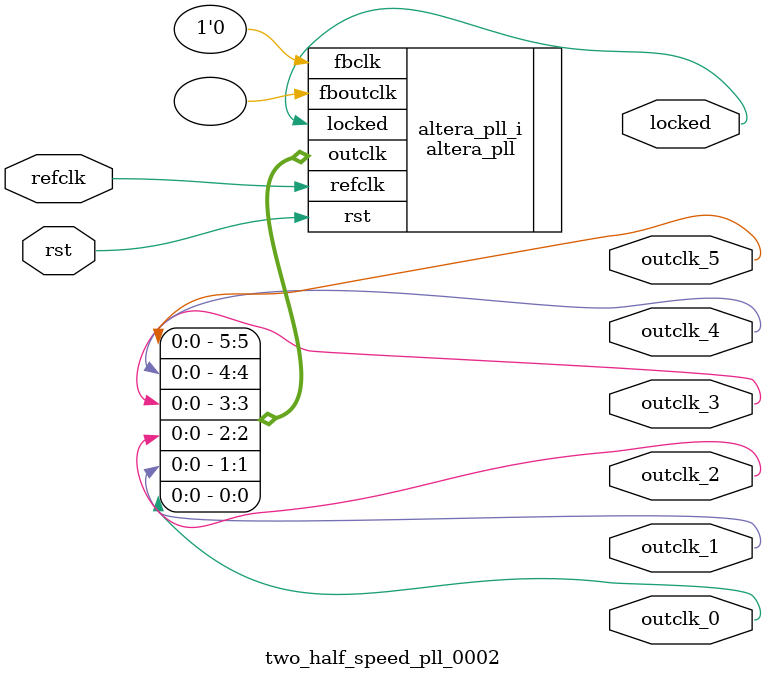
<source format=v>
`timescale 1ns/10ps
module  two_half_speed_pll_0002(

	// interface 'refclk'
	input wire refclk,

	// interface 'reset'
	input wire rst,

	// interface 'outclk0'
	output wire outclk_0,

	// interface 'outclk1'
	output wire outclk_1,

	// interface 'outclk2'
	output wire outclk_2,

	// interface 'outclk3'
	output wire outclk_3,

	// interface 'outclk4'
	output wire outclk_4,

	// interface 'outclk5'
	output wire outclk_5,

	// interface 'locked'
	output wire locked
);

	altera_pll #(
		.fractional_vco_multiplier("false"),
		.reference_clock_frequency("100.0 MHz"),
		.operation_mode("direct"),
		.number_of_clocks(6),
		.output_clock_frequency0("50.000000 MHz"),
		.phase_shift0("0 ps"),
		.duty_cycle0(50),
		.output_clock_frequency1("100.000000 MHz"),
		.phase_shift1("0 ps"),
		.duty_cycle1(50),
		.output_clock_frequency2("100.000000 MHz"),
		.phase_shift2("5000 ps"),
		.duty_cycle2(50),
		.output_clock_frequency3("50.000000 MHz"),
		.phase_shift3("5000 ps"),
		.duty_cycle3(50),
		.output_clock_frequency4("50.000000 MHz"),
		.phase_shift4("10000 ps"),
		.duty_cycle4(50),
		.output_clock_frequency5("50.000000 MHz"),
		.phase_shift5("15000 ps"),
		.duty_cycle5(50),
		.output_clock_frequency6("0 MHz"),
		.phase_shift6("0 ps"),
		.duty_cycle6(50),
		.output_clock_frequency7("0 MHz"),
		.phase_shift7("0 ps"),
		.duty_cycle7(50),
		.output_clock_frequency8("0 MHz"),
		.phase_shift8("0 ps"),
		.duty_cycle8(50),
		.output_clock_frequency9("0 MHz"),
		.phase_shift9("0 ps"),
		.duty_cycle9(50),
		.output_clock_frequency10("0 MHz"),
		.phase_shift10("0 ps"),
		.duty_cycle10(50),
		.output_clock_frequency11("0 MHz"),
		.phase_shift11("0 ps"),
		.duty_cycle11(50),
		.output_clock_frequency12("0 MHz"),
		.phase_shift12("0 ps"),
		.duty_cycle12(50),
		.output_clock_frequency13("0 MHz"),
		.phase_shift13("0 ps"),
		.duty_cycle13(50),
		.output_clock_frequency14("0 MHz"),
		.phase_shift14("0 ps"),
		.duty_cycle14(50),
		.output_clock_frequency15("0 MHz"),
		.phase_shift15("0 ps"),
		.duty_cycle15(50),
		.output_clock_frequency16("0 MHz"),
		.phase_shift16("0 ps"),
		.duty_cycle16(50),
		.output_clock_frequency17("0 MHz"),
		.phase_shift17("0 ps"),
		.duty_cycle17(50),
		.pll_type("General"),
		.pll_subtype("General")
	) altera_pll_i (
		.rst	(rst),
		.outclk	({outclk_5, outclk_4, outclk_3, outclk_2, outclk_1, outclk_0}),
		.locked	(locked),
		.fboutclk	( ),
		.fbclk	(1'b0),
		.refclk	(refclk)
	);
endmodule


</source>
